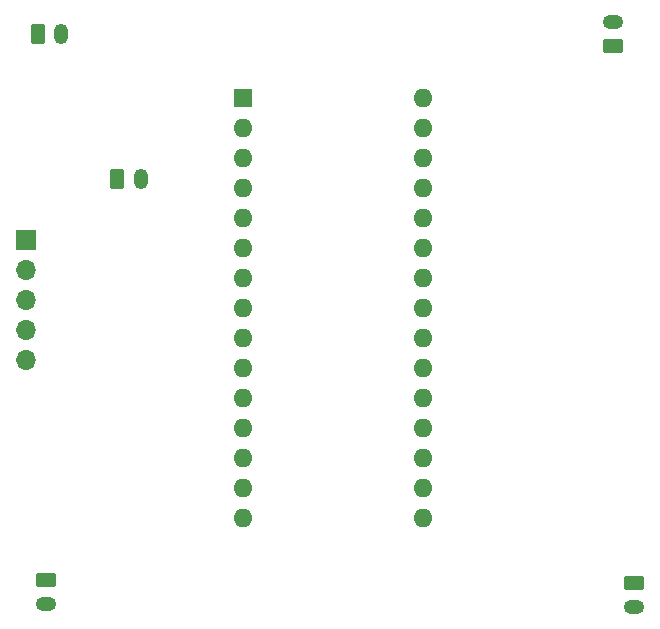
<source format=gbr>
%TF.GenerationSoftware,KiCad,Pcbnew,9.0.0*%
%TF.CreationDate,2025-10-30T20:26:06-05:00*%
%TF.ProjectId,kicad_proj1st,6b696361-645f-4707-926f-6a3173742e6b,rev?*%
%TF.SameCoordinates,Original*%
%TF.FileFunction,Soldermask,Bot*%
%TF.FilePolarity,Negative*%
%FSLAX46Y46*%
G04 Gerber Fmt 4.6, Leading zero omitted, Abs format (unit mm)*
G04 Created by KiCad (PCBNEW 9.0.0) date 2025-10-30 20:26:06*
%MOMM*%
%LPD*%
G01*
G04 APERTURE LIST*
G04 Aperture macros list*
%AMRoundRect*
0 Rectangle with rounded corners*
0 $1 Rounding radius*
0 $2 $3 $4 $5 $6 $7 $8 $9 X,Y pos of 4 corners*
0 Add a 4 corners polygon primitive as box body*
4,1,4,$2,$3,$4,$5,$6,$7,$8,$9,$2,$3,0*
0 Add four circle primitives for the rounded corners*
1,1,$1+$1,$2,$3*
1,1,$1+$1,$4,$5*
1,1,$1+$1,$6,$7*
1,1,$1+$1,$8,$9*
0 Add four rect primitives between the rounded corners*
20,1,$1+$1,$2,$3,$4,$5,0*
20,1,$1+$1,$4,$5,$6,$7,0*
20,1,$1+$1,$6,$7,$8,$9,0*
20,1,$1+$1,$8,$9,$2,$3,0*%
G04 Aperture macros list end*
%ADD10RoundRect,0.250000X0.625000X-0.350000X0.625000X0.350000X-0.625000X0.350000X-0.625000X-0.350000X0*%
%ADD11O,1.750000X1.200000*%
%ADD12RoundRect,0.250000X-0.625000X0.350000X-0.625000X-0.350000X0.625000X-0.350000X0.625000X0.350000X0*%
%ADD13R,1.700000X1.700000*%
%ADD14O,1.700000X1.700000*%
%ADD15R,1.600000X1.600000*%
%ADD16O,1.600000X1.600000*%
%ADD17RoundRect,0.250000X-0.350000X-0.625000X0.350000X-0.625000X0.350000X0.625000X-0.350000X0.625000X0*%
%ADD18O,1.200000X1.750000*%
G04 APERTURE END LIST*
D10*
%TO.C,J3*%
X104500000Y-45500000D03*
D11*
X104500000Y-43500000D03*
%TD*%
D12*
%TO.C,J5*%
X106250000Y-91000000D03*
D11*
X106250000Y-93000000D03*
%TD*%
D13*
%TO.C,J2*%
X54750000Y-61920000D03*
D14*
X54750000Y-64460000D03*
X54750000Y-67000000D03*
X54750000Y-69540000D03*
X54750000Y-72080000D03*
%TD*%
D15*
%TO.C,A2*%
X73140000Y-49950000D03*
D16*
X73140000Y-52490000D03*
X73140000Y-55030000D03*
X73140000Y-57570000D03*
X73140000Y-60110000D03*
X73140000Y-62650000D03*
X73140000Y-65190000D03*
X73140000Y-67730000D03*
X73140000Y-70270000D03*
X73140000Y-72810000D03*
X73140000Y-75350000D03*
X73140000Y-77890000D03*
X73140000Y-80430000D03*
X73140000Y-82970000D03*
X73140000Y-85510000D03*
X88380000Y-85510000D03*
X88380000Y-82970000D03*
X88380000Y-80430000D03*
X88380000Y-77890000D03*
X88380000Y-75350000D03*
X88380000Y-72810000D03*
X88380000Y-70270000D03*
X88380000Y-67730000D03*
X88380000Y-65190000D03*
X88380000Y-62650000D03*
X88380000Y-60110000D03*
X88380000Y-57570000D03*
X88380000Y-55030000D03*
X88380000Y-52490000D03*
X88380000Y-49950000D03*
%TD*%
D12*
%TO.C,J6*%
X56500000Y-90750000D03*
D11*
X56500000Y-92750000D03*
%TD*%
D17*
%TO.C,J1*%
X62500000Y-56750000D03*
D18*
X64500000Y-56750000D03*
%TD*%
D17*
%TO.C,J4*%
X55750000Y-44500000D03*
D18*
X57750000Y-44500000D03*
%TD*%
M02*

</source>
